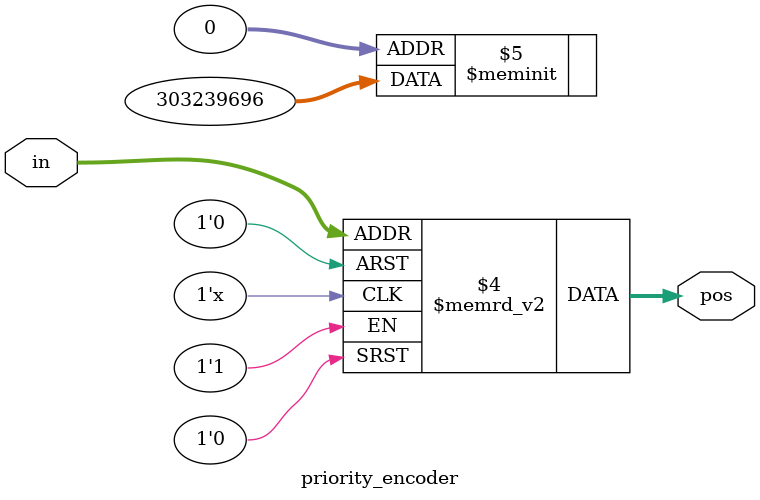
<source format=v>
module priority_encoder(
    input [3:0] in,
    output reg [1:0] pos  );
    always@(*)
        case(in)
           4'b0000:pos=2'd0; 
           4'b0001:pos=2'd0; 
           4'b0010:pos=2'd1; 
           4'b0011:pos=2'd0; 
           4'b0100:pos=2'd2;  
           4'b0101:pos=2'd0;  
           4'b0110:pos=2'd1; 
           4'b0111:pos=2'd0; 
           4'b1000:pos=2'd3; 
           4'b1001:pos=2'd0; 
           4'b1010:pos=2'd1;  
           4'b1011:pos=2'd0; 
           4'b1100:pos=2'd2; 
           4'b1101:pos=2'd0;  
           4'b1110:pos=2'd1; 
           4'b1111:pos=2'd0;
        endcase
endmodule

</source>
